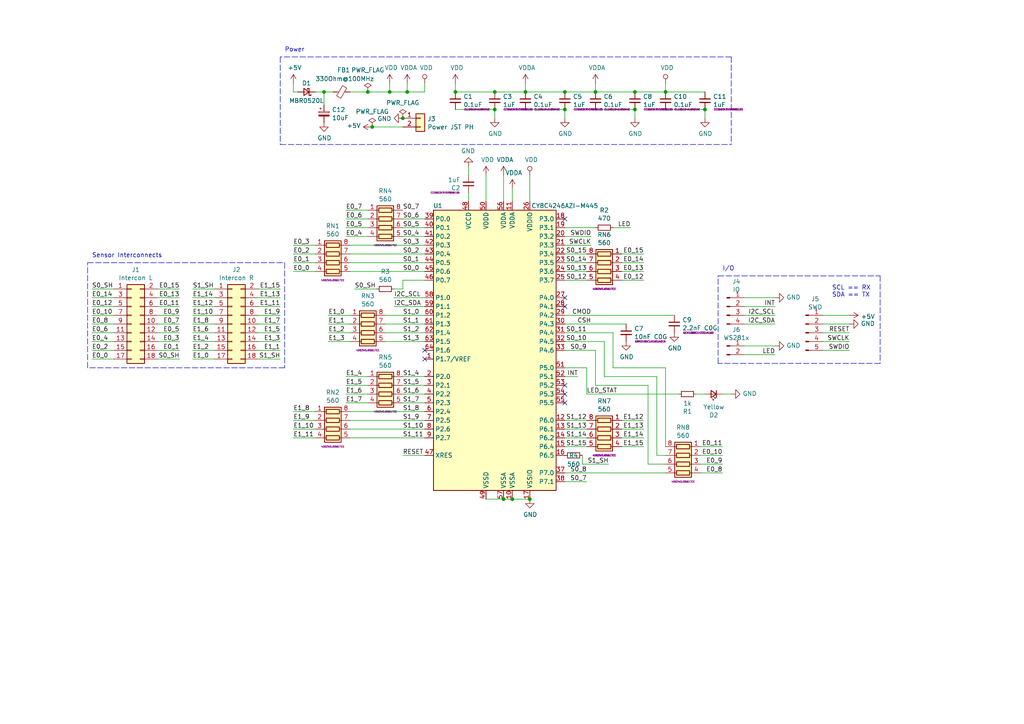
<source format=kicad_sch>
(kicad_sch (version 20211123) (generator eeschema)
  (paper "A4")
  (title_block (title "LKP-Core") (date "2020-09-26") (rev "v1.1") (company "dogtopus"))
  (lib_symbols
    (symbol "Connector:Conn_01x02_Male" (pin_names (offset 1.016) hide)
      (property "Reference" "J" (at 0 2.54 0))
      (property "Value" "Conn_01x02_Male" (at 0 -5.08 0))
      (symbol "Conn_01x02_Male_1_1"
        (polyline (pts (xy 1.27 -2.54) (xy 0.8636 -2.54)) (stroke (width 0.1524)))
        (polyline (pts (xy 1.27 0) (xy 0.8636 0)) (stroke (width 0.1524)))
        (rectangle (start 0.8636 -2.413) (end 0 -2.667) (stroke (width 0.1524)) (fill (type outline)))
        (rectangle (start 0.8636 0.127) (end 0 -0.127) (stroke (width 0.1524)) (fill (type outline)))
        (pin passive line (at 5.08 0 180) (length 3.81) (name "Pin_1") (number "1"))
        (pin passive line (at 5.08 -2.54 180) (length 3.81) (name "Pin_2") (number "2"))
      )
    )
    (symbol "Connector:Conn_01x04_Male" (pin_names (offset 1.016) hide)
      (property "Reference" "J" (at 0 5.08 0))
      (property "Value" "Conn_01x04_Male" (at 0 -7.62 0))
      (symbol "Conn_01x04_Male_1_1"
        (polyline (pts (xy 1.27 -5.08) (xy 0.8636 -5.08)) (stroke (width 0.1524)))
        (polyline (pts (xy 1.27 -2.54) (xy 0.8636 -2.54)) (stroke (width 0.1524)))
        (polyline (pts (xy 1.27 0) (xy 0.8636 0)) (stroke (width 0.1524)))
        (polyline (pts (xy 1.27 2.54) (xy 0.8636 2.54)) (stroke (width 0.1524)))
        (rectangle (start 0.8636 -4.953) (end 0 -5.207) (stroke (width 0.1524)) (fill (type outline)))
        (rectangle (start 0.8636 -2.413) (end 0 -2.667) (stroke (width 0.1524)) (fill (type outline)))
        (rectangle (start 0.8636 0.127) (end 0 -0.127) (stroke (width 0.1524)) (fill (type outline)))
        (rectangle (start 0.8636 2.667) (end 0 2.413) (stroke (width 0.1524)) (fill (type outline)))
        (pin passive line (at 5.08 2.54 180) (length 3.81) (name "Pin_1") (number "1"))
        (pin passive line (at 5.08 0 180) (length 3.81) (name "Pin_2") (number "2"))
        (pin passive line (at 5.08 -2.54 180) (length 3.81) (name "Pin_3") (number "3"))
        (pin passive line (at 5.08 -5.08 180) (length 3.81) (name "Pin_4") (number "4"))
      )
    )
    (symbol "Connector:Conn_01x05_Male" (pin_names (offset 1.016) hide)
      (property "Reference" "J" (at 0 7.62 0))
      (property "Value" "Conn_01x05_Male" (at 0 -7.62 0))
      (symbol "Conn_01x05_Male_1_1"
        (polyline (pts (xy 1.27 -5.08) (xy 0.8636 -5.08)) (stroke (width 0.1524)))
        (polyline (pts (xy 1.27 -2.54) (xy 0.8636 -2.54)) (stroke (width 0.1524)))
        (polyline (pts (xy 1.27 0) (xy 0.8636 0)) (stroke (width 0.1524)))
        (polyline (pts (xy 1.27 2.54) (xy 0.8636 2.54)) (stroke (width 0.1524)))
        (polyline (pts (xy 1.27 5.08) (xy 0.8636 5.08)) (stroke (width 0.1524)))
        (rectangle (start 0.8636 -4.953) (end 0 -5.207) (stroke (width 0.1524)) (fill (type outline)))
        (rectangle (start 0.8636 -2.413) (end 0 -2.667) (stroke (width 0.1524)) (fill (type outline)))
        (rectangle (start 0.8636 0.127) (end 0 -0.127) (stroke (width 0.1524)) (fill (type outline)))
        (rectangle (start 0.8636 2.667) (end 0 2.413) (stroke (width 0.1524)) (fill (type outline)))
        (rectangle (start 0.8636 5.207) (end 0 4.953) (stroke (width 0.1524)) (fill (type outline)))
        (pin passive line (at 5.08 5.08 180) (length 3.81) (name "Pin_1") (number "1"))
        (pin passive line (at 5.08 2.54 180) (length 3.81) (name "Pin_2") (number "2"))
        (pin passive line (at 5.08 0 180) (length 3.81) (name "Pin_3") (number "3"))
        (pin passive line (at 5.08 -2.54 180) (length 3.81) (name "Pin_4") (number "4"))
        (pin passive line (at 5.08 -5.08 180) (length 3.81) (name "Pin_5") (number "5"))
      )
    )
    (symbol "Connector_Generic:Conn_01x02" (pin_names (offset 1.016) hide)
      (property "Reference" "J" (at 0 2.54 0))
      (property "Value" "Conn_01x02" (at 0 -5.08 0))
      (symbol "Conn_01x02_1_1"
        (rectangle (start -1.27 -2.413) (end 0 -2.667) (stroke (width 0.1524)))
        (rectangle (start -1.27 0.127) (end 0 -0.127) (stroke (width 0.1524)))
        (rectangle (start -1.27 1.27) (end 1.27 -3.81) (stroke (width 0.254)) (fill (type background)))
        (pin passive line (at -5.08 0 0) (length 3.81) (name "Pin_1") (number "1"))
        (pin passive line (at -5.08 -2.54 0) (length 3.81) (name "Pin_2") (number "2"))
      )
    )
    (symbol "Connector_Generic:Conn_02x09_Odd_Even" (pin_names (offset 1.016) hide)
      (property "Reference" "J" (at 1.27 12.7 0))
      (property "Value" "Conn_02x09_Odd_Even" (at 1.27 -12.7 0))
      (symbol "Conn_02x09_Odd_Even_1_1"
        (rectangle (start -1.27 -10.033) (end 0 -10.287) (stroke (width 0.1524)))
        (rectangle (start -1.27 -7.493) (end 0 -7.747) (stroke (width 0.1524)))
        (rectangle (start -1.27 -4.953) (end 0 -5.207) (stroke (width 0.1524)))
        (rectangle (start -1.27 -2.413) (end 0 -2.667) (stroke (width 0.1524)))
        (rectangle (start -1.27 0.127) (end 0 -0.127) (stroke (width 0.1524)))
        (rectangle (start -1.27 2.667) (end 0 2.413) (stroke (width 0.1524)))
        (rectangle (start -1.27 5.207) (end 0 4.953) (stroke (width 0.1524)))
        (rectangle (start -1.27 7.747) (end 0 7.493) (stroke (width 0.1524)))
        (rectangle (start -1.27 10.287) (end 0 10.033) (stroke (width 0.1524)))
        (rectangle (start -1.27 11.43) (end 3.81 -11.43) (stroke (width 0.254)) (fill (type background)))
        (rectangle (start 3.81 -10.033) (end 2.54 -10.287) (stroke (width 0.1524)))
        (rectangle (start 3.81 -7.493) (end 2.54 -7.747) (stroke (width 0.1524)))
        (rectangle (start 3.81 -4.953) (end 2.54 -5.207) (stroke (width 0.1524)))
        (rectangle (start 3.81 -2.413) (end 2.54 -2.667) (stroke (width 0.1524)))
        (rectangle (start 3.81 0.127) (end 2.54 -0.127) (stroke (width 0.1524)))
        (rectangle (start 3.81 2.667) (end 2.54 2.413) (stroke (width 0.1524)))
        (rectangle (start 3.81 5.207) (end 2.54 4.953) (stroke (width 0.1524)))
        (rectangle (start 3.81 7.747) (end 2.54 7.493) (stroke (width 0.1524)))
        (rectangle (start 3.81 10.287) (end 2.54 10.033) (stroke (width 0.1524)))
        (pin passive line (at -5.08 10.16 0) (length 3.81) (name "Pin_1") (number "1"))
        (pin passive line (at 7.62 0 180) (length 3.81) (name "Pin_10") (number "10"))
        (pin passive line (at -5.08 -2.54 0) (length 3.81) (name "Pin_11") (number "11"))
        (pin passive line (at 7.62 -2.54 180) (length 3.81) (name "Pin_12") (number "12"))
        (pin passive line (at -5.08 -5.08 0) (length 3.81) (name "Pin_13") (number "13"))
        (pin passive line (at 7.62 -5.08 180) (length 3.81) (name "Pin_14") (number "14"))
        (pin passive line (at -5.08 -7.62 0) (length 3.81) (name "Pin_15") (number "15"))
        (pin passive line (at 7.62 -7.62 180) (length 3.81) (name "Pin_16") (number "16"))
        (pin passive line (at -5.08 -10.16 0) (length 3.81) (name "Pin_17") (number "17"))
        (pin passive line (at 7.62 -10.16 180) (length 3.81) (name "Pin_18") (number "18"))
        (pin passive line (at 7.62 10.16 180) (length 3.81) (name "Pin_2") (number "2"))
        (pin passive line (at -5.08 7.62 0) (length 3.81) (name "Pin_3") (number "3"))
        (pin passive line (at 7.62 7.62 180) (length 3.81) (name "Pin_4") (number "4"))
        (pin passive line (at -5.08 5.08 0) (length 3.81) (name "Pin_5") (number "5"))
        (pin passive line (at 7.62 5.08 180) (length 3.81) (name "Pin_6") (number "6"))
        (pin passive line (at -5.08 2.54 0) (length 3.81) (name "Pin_7") (number "7"))
        (pin passive line (at 7.62 2.54 180) (length 3.81) (name "Pin_8") (number "8"))
        (pin passive line (at -5.08 0 0) (length 3.81) (name "Pin_9") (number "9"))
      )
    )
    (symbol "Device:C_Polarized_Small" (pin_numbers hide) (pin_names (offset 0.254) hide)
      (property "Reference" "C" (at 0.254 1.778 0))
      (property "Value" "C_Polarized_Small" (at 0.254 -2.032 0))
      (symbol "C_Polarized_Small_0_1"
        (rectangle (start -1.524 -0.3048) (end 1.524 -0.6858) (fill (type outline)))
        (rectangle (start -1.524 0.6858) (end 1.524 0.3048))
        (polyline (pts (xy -1.27 1.524) (xy -0.762 1.524)))
        (polyline (pts (xy -1.016 1.27) (xy -1.016 1.778)))
      )
      (symbol "C_Polarized_Small_1_1"
        (pin passive line (at 0 2.54 270) (length 1.8542) (name "~") (number "1"))
        (pin passive line (at 0 -2.54 90) (length 1.8542) (name "~") (number "2"))
      )
    )
    (symbol "Device:C_Small" (pin_numbers hide) (pin_names (offset 0.254) hide)
      (property "Reference" "C" (at 0.254 1.778 0))
      (property "Value" "C_Small" (at 0.254 -2.032 0))
      (symbol "C_Small_0_1"
        (polyline (pts (xy -1.524 -0.508) (xy 1.524 -0.508)) (stroke (width 0.3302)))
        (polyline (pts (xy -1.524 0.508) (xy 1.524 0.508)) (stroke (width 0.3048)))
      )
      (symbol "C_Small_1_1"
        (pin passive line (at 0 2.54 270) (length 2.032) (name "~") (number "1"))
        (pin passive line (at 0 -2.54 90) (length 2.032) (name "~") (number "2"))
      )
    )
    (symbol "Device:D_Schottky_Small" (pin_numbers hide) (pin_names (offset 0.254) hide)
      (property "Reference" "D" (at -1.27 2.032 0))
      (property "Value" "D_Schottky_Small" (at -7.112 -2.032 0))
      (symbol "D_Schottky_Small_0_1"
        (polyline (pts (xy -0.762 0) (xy 0.762 0)))
        (polyline (pts (xy 0.762 -1.016) (xy -0.762 0) (xy 0.762 1.016) (xy 0.762 -1.016)) (stroke (width 0.254)))
        (polyline (pts (xy -1.27 0.762) (xy -1.27 1.016) (xy -0.762 1.016) (xy -0.762 -1.016) (xy -0.254 -1.016) (xy -0.254 -0.762)) (stroke (width 0.254)))
      )
      (symbol "D_Schottky_Small_1_1"
        (pin passive line (at -2.54 0 0) (length 1.778) (name "K") (number "1"))
        (pin passive line (at 2.54 0 180) (length 1.778) (name "A") (number "2"))
      )
    )
    (symbol "Device:FerriteBead_Small" (pin_numbers hide) (pin_names (offset 0))
      (property "Reference" "FB" (at 1.905 1.27 0))
      (property "Value" "FerriteBead_Small" (at 1.905 -1.27 0))
      (symbol "FerriteBead_Small_0_1"
        (polyline (pts (xy 0 -1.27) (xy 0 -0.7874)))
        (polyline (pts (xy 0 0.889) (xy 0 1.2954)))
        (polyline (pts (xy -1.8288 0.2794) (xy -1.1176 1.4986) (xy 1.8288 -0.2032) (xy 1.1176 -1.4224) (xy -1.8288 0.2794)))
      )
      (symbol "FerriteBead_Small_1_1"
        (pin passive line (at 0 2.54 270) (length 1.27) (name "~") (number "1"))
        (pin passive line (at 0 -2.54 90) (length 1.27) (name "~") (number "2"))
      )
    )
    (symbol "Device:LED_Small" (pin_numbers hide) (pin_names (offset 0.254) hide)
      (property "Reference" "D" (at -1.27 3.175 0))
      (property "Value" "LED_Small" (at -4.445 -2.54 0))
      (symbol "LED_Small_0_1"
        (polyline (pts (xy -0.762 -1.016) (xy -0.762 1.016)) (stroke (width 0.254)))
        (polyline (pts (xy 1.016 0) (xy -0.762 0)))
        (polyline (pts (xy 0.762 -1.016) (xy -0.762 0) (xy 0.762 1.016) (xy 0.762 -1.016)) (stroke (width 0.254)))
        (polyline (pts (xy 0 0.762) (xy -0.508 1.27) (xy -0.254 1.27) (xy -0.508 1.27) (xy -0.508 1.016)))
        (polyline (pts (xy 0.508 1.27) (xy 0 1.778) (xy 0.254 1.778) (xy 0 1.778) (xy 0 1.524)))
      )
      (symbol "LED_Small_1_1"
        (pin passive line (at -2.54 0 0) (length 1.778) (name "K") (number "1"))
        (pin passive line (at 2.54 0 180) (length 1.778) (name "A") (number "2"))
      )
    )
    (symbol "Device:R_Pack04" (pin_names (offset 0) hide)
      (property "Reference" "RN" (at -7.62 0 90))
      (property "Value" "R_Pack04" (at 5.08 0 90))
      (symbol "R_Pack04_0_1"
        (rectangle (start -6.35 -2.413) (end 3.81 2.413) (stroke (width 0.254)) (fill (type background)))
        (rectangle (start -5.715 1.905) (end -4.445 -1.905) (stroke (width 0.254)))
        (rectangle (start -3.175 1.905) (end -1.905 -1.905) (stroke (width 0.254)))
        (rectangle (start -0.635 1.905) (end 0.635 -1.905) (stroke (width 0.254)))
        (polyline (pts (xy -5.08 -2.54) (xy -5.08 -1.905)))
        (polyline (pts (xy -5.08 1.905) (xy -5.08 2.54)))
        (polyline (pts (xy -2.54 -2.54) (xy -2.54 -1.905)))
        (polyline (pts (xy -2.54 1.905) (xy -2.54 2.54)))
        (polyline (pts (xy 0 -2.54) (xy 0 -1.905)))
        (polyline (pts (xy 0 1.905) (xy 0 2.54)))
        (polyline (pts (xy 2.54 -2.54) (xy 2.54 -1.905)))
        (polyline (pts (xy 2.54 1.905) (xy 2.54 2.54)))
        (rectangle (start 1.905 1.905) (end 3.175 -1.905) (stroke (width 0.254)))
      )
      (symbol "R_Pack04_1_1"
        (pin passive line (at -5.08 -5.08 90) (length 2.54) (name "R1.1") (number "1"))
        (pin passive line (at -2.54 -5.08 90) (length 2.54) (name "R2.1") (number "2"))
        (pin passive line (at 0 -5.08 90) (length 2.54) (name "R3.1") (number "3"))
        (pin passive line (at 2.54 -5.08 90) (length 2.54) (name "R4.1") (number "4"))
        (pin passive line (at 2.54 5.08 270) (length 2.54) (name "R4.2") (number "5"))
        (pin passive line (at 0 5.08 270) (length 2.54) (name "R3.2") (number "6"))
        (pin passive line (at -2.54 5.08 270) (length 2.54) (name "R2.2") (number "7"))
        (pin passive line (at -5.08 5.08 270) (length 2.54) (name "R1.2") (number "8"))
      )
    )
    (symbol "Device:R_Small" (pin_numbers hide) (pin_names (offset 0.254) hide)
      (property "Reference" "R" (at 0.762 0.508 0))
      (property "Value" "R_Small" (at 0.762 -1.016 0))
      (symbol "R_Small_0_1"
        (rectangle (start -0.762 1.778) (end 0.762 -1.778) (stroke (width 0.2032)))
      )
      (symbol "R_Small_1_1"
        (pin passive line (at 0 2.54 270) (length 0.762) (name "~") (number "1"))
        (pin passive line (at 0 -2.54 90) (length 0.762) (name "~") (number "2"))
      )
    )
    (symbol "power:+5V" (power) (pin_names (offset 0))
      (property "Value" "+5V" (at 0 3.556 0))
      (symbol "+5V_0_1"
        (polyline (pts (xy -0.762 1.27) (xy 0 2.54)))
        (polyline (pts (xy 0 0) (xy 0 2.54)))
        (polyline (pts (xy 0 2.54) (xy 0.762 1.27)))
      )
      (symbol "+5V_1_1"
        (pin power_in line (at 0 0 90) (length 0) hide (name "+5V") (number "1"))
      )
    )
    (symbol "power:GND" (power) (pin_names (offset 0))
      (property "Value" "GND" (at 0 -3.81 0))
      (symbol "GND_0_1"
        (polyline (pts (xy 0 0) (xy 0 -1.27) (xy 1.27 -1.27) (xy 0 -2.54) (xy -1.27 -1.27) (xy 0 -1.27)))
      )
      (symbol "GND_1_1"
        (pin power_in line (at 0 0 270) (length 0) hide (name "GND") (number "1"))
      )
    )
    (symbol "power:PWR_FLAG" (power) (pin_numbers hide) (pin_names (offset 0) hide)
      (property "Value" "PWR_FLAG" (at 0 3.81 0))
      (symbol "PWR_FLAG_0_0"
        (pin power_out line (at 0 0 90) (length 0) (name "pwr") (number "1"))
      )
      (symbol "PWR_FLAG_0_1"
        (polyline (pts (xy 0 0) (xy 0 1.27) (xy -1.016 1.905) (xy 0 2.54) (xy 1.016 1.905) (xy 0 1.27)))
      )
    )
    (symbol "power:VDD" (power) (pin_names (offset 0))
      (property "Value" "VDD" (at 0 3.81 0))
      (symbol "VDD_0_1"
        (polyline (pts (xy -0.762 1.27) (xy 0 2.54)))
        (polyline (pts (xy 0 0) (xy 0 2.54)))
        (polyline (pts (xy 0 2.54) (xy 0.762 1.27)))
      )
      (symbol "VDD_1_1"
        (pin power_in line (at 0 0 90) (length 0) hide (name "VDD") (number "1"))
      )
    )
    (symbol "power:VDDA" (power) (pin_names (offset 0))
      (property "Value" "VDDA" (at 0 3.81 0))
      (symbol "VDDA_0_1"
        (polyline (pts (xy -0.762 1.27) (xy 0 2.54)))
        (polyline (pts (xy 0 0) (xy 0 2.54)))
        (polyline (pts (xy 0 2.54) (xy 0.762 1.27)))
      )
      (symbol "VDDA_1_1"
        (pin power_in line (at 0 0 90) (length 0) hide (name "VDDA") (number "1"))
      )
    )
    (symbol "private:CY8C4246AZI-M445"
      (property "Reference" "U" (at -15.24 43.18 0))
      (property "Value" "CY8C4246AZI-M445" (at 20.32 43.18 0))
      (symbol "CY8C4246AZI-M445_0_1"
        (rectangle (start -17.78 40.64) (end 17.78 -40.64) (stroke (width 0.254)) (fill (type background)))
      )
      (symbol "CY8C4246AZI-M445_1_1"
        (pin bidirectional line (at -20.32 -2.54 0) (length 2.54) (name "P1.7/VREF") (number "1"))
        (pin power_in line (at 5.08 -43.18 90) (length 2.54) (name "VSSA") (number "10"))
        (pin power_in line (at 5.08 43.18 270) (length 2.54) (name "VDDA") (number "11"))
        (pin bidirectional line (at 20.32 -20.32 180) (length 2.54) (name "P6.0") (number "12"))
        (pin bidirectional line (at 20.32 -22.86 180) (length 2.54) (name "P6.1") (number "13"))
        (pin bidirectional line (at 20.32 -25.4 180) (length 2.54) (name "P6.2") (number "14"))
        (pin bidirectional line (at 20.32 -27.94 180) (length 2.54) (name "P6.4") (number "15"))
        (pin bidirectional line (at 20.32 -30.48 180) (length 2.54) (name "P6.5") (number "16"))
        (pin power_in line (at 10.16 -43.18 90) (length 2.54) (name "VSSIO") (number "17"))
        (pin bidirectional line (at 20.32 38.1 180) (length 2.54) (name "P3.0") (number "18"))
        (pin bidirectional line (at 20.32 35.56 180) (length 2.54) (name "P3.1") (number "19"))
        (pin bidirectional line (at -20.32 -7.62 0) (length 2.54) (name "P2.0") (number "2"))
        (pin bidirectional line (at 20.32 33.02 180) (length 2.54) (name "P3.2") (number "20"))
        (pin bidirectional line (at 20.32 30.48 180) (length 2.54) (name "P3.3") (number "21"))
        (pin bidirectional line (at 20.32 27.94 180) (length 2.54) (name "P3.4") (number "22"))
        (pin bidirectional line (at 20.32 25.4 180) (length 2.54) (name "P3.5") (number "23"))
        (pin bidirectional line (at 20.32 22.86 180) (length 2.54) (name "P3.6") (number "24"))
        (pin bidirectional line (at 20.32 20.32 180) (length 2.54) (name "P3.7") (number "25"))
        (pin power_in line (at 10.16 43.18 270) (length 2.54) (name "VDDIO") (number "26"))
        (pin bidirectional line (at 20.32 15.24 180) (length 2.54) (name "P4.0") (number "27"))
        (pin bidirectional line (at 20.32 12.7 180) (length 2.54) (name "P4.1") (number "28"))
        (pin bidirectional line (at 20.32 10.16 180) (length 2.54) (name "P4.2") (number "29"))
        (pin bidirectional line (at -20.32 -10.16 0) (length 2.54) (name "P2.1") (number "3"))
        (pin bidirectional line (at 20.32 7.62 180) (length 2.54) (name "P4.3") (number "30"))
        (pin bidirectional line (at 20.32 5.08 180) (length 2.54) (name "P4.4") (number "31"))
        (pin bidirectional line (at 20.32 2.54 180) (length 2.54) (name "P4.5") (number "32"))
        (pin bidirectional line (at 20.32 0 180) (length 2.54) (name "P4.6") (number "33"))
        (pin bidirectional line (at 20.32 -35.56 180) (length 2.54) (name "P7.0") (number "37"))
        (pin bidirectional line (at 20.32 -38.1 180) (length 2.54) (name "P7.1") (number "38"))
        (pin bidirectional line (at -20.32 38.1 0) (length 2.54) (name "P0.0") (number "39"))
        (pin bidirectional line (at -20.32 -12.7 0) (length 2.54) (name "P2.2") (number "4"))
        (pin bidirectional line (at -20.32 35.56 0) (length 2.54) (name "P0.1") (number "40"))
        (pin bidirectional line (at -20.32 33.02 0) (length 2.54) (name "P0.2") (number "41"))
        (pin bidirectional line (at -20.32 30.48 0) (length 2.54) (name "P0.3") (number "42"))
        (pin bidirectional line (at -20.32 27.94 0) (length 2.54) (name "P0.4") (number "43"))
        (pin bidirectional line (at -20.32 25.4 0) (length 2.54) (name "P0.5") (number "44"))
        (pin bidirectional line (at -20.32 22.86 0) (length 2.54) (name "P0.6") (number "45"))
        (pin bidirectional line (at -20.32 20.32 0) (length 2.54) (name "P0.7") (number "46"))
        (pin input line (at -20.32 -30.48 0) (length 2.54) (name "XRES") (number "47"))
        (pin power_out line (at -7.62 43.18 270) (length 2.54) (name "VCCD") (number "48"))
        (pin power_in line (at -2.54 -43.18 90) (length 2.54) (name "VSSD") (number "49"))
        (pin bidirectional line (at -20.32 -15.24 0) (length 2.54) (name "P2.3") (number "5"))
        (pin power_in line (at -2.54 43.18 270) (length 2.54) (name "VDDD") (number "50"))
        (pin bidirectional line (at 20.32 -5.08 180) (length 2.54) (name "P5.0") (number "51"))
        (pin bidirectional line (at 20.32 -7.62 180) (length 2.54) (name "P5.1") (number "52"))
        (pin bidirectional line (at 20.32 -10.16 180) (length 2.54) (name "P5.2") (number "53"))
        (pin bidirectional line (at 20.32 -12.7 180) (length 2.54) (name "P5.3") (number "54"))
        (pin bidirectional line (at 20.32 -15.24 180) (length 2.54) (name "P5.5") (number "55"))
        (pin power_in line (at 2.54 43.18 270) (length 2.54) (name "VDDA") (number "56"))
        (pin power_in line (at 2.54 -43.18 90) (length 2.54) (name "VSSA") (number "57"))
        (pin bidirectional line (at -20.32 15.24 0) (length 2.54) (name "P1.0") (number "58"))
        (pin bidirectional line (at -20.32 12.7 0) (length 2.54) (name "P1.1") (number "59"))
        (pin bidirectional line (at -20.32 -17.78 0) (length 2.54) (name "P2.4") (number "6"))
        (pin bidirectional line (at -20.32 10.16 0) (length 2.54) (name "P1.2") (number "60"))
        (pin bidirectional line (at -20.32 7.62 0) (length 2.54) (name "P1.3") (number "61"))
        (pin bidirectional line (at -20.32 5.08 0) (length 2.54) (name "P1.4") (number "62"))
        (pin bidirectional line (at -20.32 2.54 0) (length 2.54) (name "P1.5") (number "63"))
        (pin bidirectional line (at -20.32 0 0) (length 2.54) (name "P1.6") (number "64"))
        (pin bidirectional line (at -20.32 -20.32 0) (length 2.54) (name "P2.5") (number "7"))
        (pin bidirectional line (at -20.32 -22.86 0) (length 2.54) (name "P2.6") (number "8"))
        (pin bidirectional line (at -20.32 -25.4 0) (length 2.54) (name "P2.7") (number "9"))
      )
    )
    (symbol "private:VDDIO" (power) (pin_names (offset 0))
      (property "Value" "VDDIO" (at 0 3.81 0))
      (symbol "VDDIO_0_1"
        (polyline (pts (xy 0 0) (xy 0 1.27)))
        (circle (center 0 1.905) (radius 0.635))
      )
      (symbol "VDDIO_1_1"
        (pin power_in line (at 0 0 90) (length 0) hide (name "VDD") (number "1"))
      )
    )
  )
  (junction (at 148.59 144.78))
  (junction (at 106.68 26.67))
  (junction (at 146.05 144.78))
  (junction (at 118.11 26.67))
  (junction (at 172.72 26.67))
  (junction (at 204.47 31.75))
  (junction (at 113.03 26.67))
  (junction (at 153.67 144.78))
  (junction (at 193.04 26.67))
  (junction (at 184.15 31.75))
  (junction (at 107.95 36.83))
  (junction (at 184.15 26.67))
  (junction (at 93.98 26.67))
  (junction (at 143.51 31.75))
  (junction (at 152.4 26.67))
  (junction (at 116.84 34.29))
  (junction (at 143.51 26.67))
  (junction (at 132.08 26.67))
  (junction (at 163.83 31.75))
  (junction (at 163.83 26.67))
  (no_connect (at 163.83 111.76))
  (no_connect (at 163.83 86.36))
  (no_connect (at 163.83 114.3))
  (no_connect (at 163.83 63.5))
  (no_connect (at 123.19 104.14))
  (no_connect (at 163.83 88.9))
  (no_connect (at 163.83 116.84))
  (no_connect (at 123.19 101.6))
  (wire (pts (xy 101.6 93.98) (xy 95.25 93.98)))
  (wire (pts (xy 190.5 132.08) (xy 193.04 132.08)))
  (wire (pts (xy 135.89 48.26) (xy 135.89 50.8)))
  (wire (pts (xy 55.88 96.52) (xy 62.23 96.52)))
  (wire (pts (xy 184.15 26.67) (xy 193.04 26.67)))
  (wire (pts (xy 203.2 134.62) (xy 209.55 134.62)))
  (wire (pts (xy 170.18 76.2) (xy 163.83 76.2)))
  (wire (pts (xy 170.18 139.7) (xy 163.83 139.7)))
  (wire (pts (xy 106.68 116.84) (xy 100.33 116.84)))
  (wire (pts (xy 168.91 132.08) (xy 168.91 134.62)))
  (wire (pts (xy 146.05 50.8) (xy 146.05 58.42)))
  (wire (pts (xy 52.07 91.44) (xy 45.72 91.44)))
  (wire (pts (xy 163.83 26.67) (xy 172.72 26.67)))
  (wire (pts (xy 101.6 127) (xy 123.19 127)))
  (wire (pts (xy 114.3 86.36) (xy 123.19 86.36)))
  (wire (pts (xy 148.59 144.78) (xy 153.67 144.78)))
  (wire (pts (xy 193.04 24.13) (xy 193.04 26.67)))
  (wire (pts (xy 52.07 101.6) (xy 45.72 101.6)))
  (wire (pts (xy 118.11 24.13) (xy 118.11 26.67)))
  (wire (pts (xy 85.09 24.13) (xy 85.09 26.67)))
  (wire (pts (xy 45.72 88.9) (xy 52.07 88.9)))
  (wire (pts (xy 26.67 86.36) (xy 33.02 86.36)))
  (wire (pts (xy 182.88 66.04) (xy 177.8 66.04)))
  (wire (pts (xy 209.55 132.08) (xy 203.2 132.08)))
  (wire (pts (xy 238.76 93.98) (xy 246.38 93.98)))
  (wire (pts (xy 175.26 109.22) (xy 190.5 109.22)))
  (polyline (pts (xy 81.28 16.51) (xy 81.28 41.91)))
  (polyline (pts (xy 25.4 76.2) (xy 82.55 76.2)))
  (wire (pts (xy 113.03 26.67) (xy 118.11 26.67)))
  (wire (pts (xy 111.76 93.98) (xy 123.19 93.98)))
  (wire (pts (xy 209.55 114.3) (xy 212.09 114.3)))
  (wire (pts (xy 186.69 76.2) (xy 180.34 76.2)))
  (wire (pts (xy 100.33 109.22) (xy 106.68 109.22)))
  (wire (pts (xy 193.04 134.62) (xy 187.96 134.62)))
  (wire (pts (xy 91.44 26.67) (xy 93.98 26.67)))
  (wire (pts (xy 93.98 30.48) (xy 93.98 26.67)))
  (wire (pts (xy 123.19 132.08) (xy 116.84 132.08)))
  (wire (pts (xy 204.47 31.75) (xy 204.47 34.29)))
  (wire (pts (xy 55.88 88.9) (xy 62.23 88.9)))
  (wire (pts (xy 33.02 93.98) (xy 26.67 93.98)))
  (wire (pts (xy 132.08 24.13) (xy 132.08 26.67)))
  (wire (pts (xy 111.76 96.52) (xy 123.19 96.52)))
  (wire (pts (xy 81.28 86.36) (xy 74.93 86.36)))
  (wire (pts (xy 209.55 137.16) (xy 203.2 137.16)))
  (wire (pts (xy 111.76 91.44) (xy 123.19 91.44)))
  (wire (pts (xy 203.2 129.54) (xy 209.55 129.54)))
  (wire (pts (xy 101.6 76.2) (xy 123.19 76.2)))
  (wire (pts (xy 143.51 26.67) (xy 152.4 26.67)))
  (wire (pts (xy 45.72 93.98) (xy 52.07 93.98)))
  (wire (pts (xy 140.97 50.8) (xy 140.97 58.42)))
  (wire (pts (xy 33.02 83.82) (xy 26.67 83.82)))
  (polyline (pts (xy 82.55 76.2) (xy 82.55 106.68)))
  (wire (pts (xy 62.23 83.82) (xy 55.88 83.82)))
  (wire (pts (xy 168.91 134.62) (xy 176.53 134.62)))
  (wire (pts (xy 52.07 104.14) (xy 45.72 104.14)))
  (wire (pts (xy 95.25 96.52) (xy 101.6 96.52)))
  (wire (pts (xy 52.07 86.36) (xy 45.72 86.36)))
  (wire (pts (xy 116.84 81.28) (xy 116.84 83.82)))
  (wire (pts (xy 177.8 106.68) (xy 193.04 106.68)))
  (wire (pts (xy 143.51 31.75) (xy 143.51 34.29)))
  (wire (pts (xy 109.22 83.82) (xy 102.87 83.82)))
  (wire (pts (xy 113.03 24.13) (xy 113.03 26.67)))
  (wire (pts (xy 101.6 124.46) (xy 123.19 124.46)))
  (wire (pts (xy 152.4 31.75) (xy 163.83 31.75)))
  (wire (pts (xy 184.15 31.75) (xy 184.15 34.29)))
  (wire (pts (xy 132.08 26.67) (xy 143.51 26.67)))
  (wire (pts (xy 85.09 124.46) (xy 91.44 124.46)))
  (wire (pts (xy 100.33 63.5) (xy 106.68 63.5)))
  (wire (pts (xy 85.09 71.12) (xy 91.44 71.12)))
  (wire (pts (xy 170.18 114.3) (xy 196.85 114.3)))
  (wire (pts (xy 163.83 109.22) (xy 167.64 109.22)))
  (wire (pts (xy 186.69 124.46) (xy 180.34 124.46)))
  (wire (pts (xy 33.02 91.44) (xy 26.67 91.44)))
  (wire (pts (xy 170.18 81.28) (xy 163.83 81.28)))
  (wire (pts (xy 163.83 96.52) (xy 177.8 96.52)))
  (wire (pts (xy 163.83 73.66) (xy 170.18 73.66)))
  (wire (pts (xy 62.23 93.98) (xy 55.88 93.98)))
  (wire (pts (xy 106.68 26.67) (xy 113.03 26.67)))
  (wire (pts (xy 93.98 26.67) (xy 96.52 26.67)))
  (wire (pts (xy 215.9 88.9) (xy 224.79 88.9)))
  (wire (pts (xy 101.6 99.06) (xy 95.25 99.06)))
  (wire (pts (xy 26.67 101.6) (xy 33.02 101.6)))
  (wire (pts (xy 62.23 104.14) (xy 55.88 104.14)))
  (wire (pts (xy 101.6 26.67) (xy 106.68 26.67)))
  (wire (pts (xy 193.04 106.68) (xy 193.04 129.54)))
  (wire (pts (xy 45.72 99.06) (xy 52.07 99.06)))
  (wire (pts (xy 170.18 124.46) (xy 163.83 124.46)))
  (polyline (pts (xy 208.28 105.41) (xy 208.28 80.01)))
  (polyline (pts (xy 255.27 80.01) (xy 255.27 105.41)))
  (wire (pts (xy 170.18 106.68) (xy 170.18 114.3)))
  (wire (pts (xy 91.44 127) (xy 85.09 127)))
  (wire (pts (xy 172.72 31.75) (xy 184.15 31.75)))
  (wire (pts (xy 62.23 99.06) (xy 55.88 99.06)))
  (wire (pts (xy 123.19 68.58) (xy 116.84 68.58)))
  (wire (pts (xy 111.76 99.06) (xy 123.19 99.06)))
  (wire (pts (xy 85.09 26.67) (xy 86.36 26.67)))
  (wire (pts (xy 172.72 26.67) (xy 184.15 26.67)))
  (wire (pts (xy 187.96 134.62) (xy 187.96 111.76)))
  (wire (pts (xy 224.79 91.44) (xy 215.9 91.44)))
  (wire (pts (xy 163.83 99.06) (xy 175.26 99.06)))
  (wire (pts (xy 101.6 73.66) (xy 123.19 73.66)))
  (wire (pts (xy 81.28 104.14) (xy 74.93 104.14)))
  (wire (pts (xy 101.6 119.38) (xy 123.19 119.38)))
  (wire (pts (xy 146.05 144.78) (xy 148.59 144.78)))
  (wire (pts (xy 74.93 99.06) (xy 81.28 99.06)))
  (wire (pts (xy 62.23 91.44) (xy 55.88 91.44)))
  (wire (pts (xy 186.69 129.54) (xy 180.34 129.54)))
  (wire (pts (xy 91.44 73.66) (xy 85.09 73.66)))
  (wire (pts (xy 101.6 71.12) (xy 123.19 71.12)))
  (wire (pts (xy 33.02 104.14) (xy 26.67 104.14)))
  (wire (pts (xy 52.07 96.52) (xy 45.72 96.52)))
  (polyline (pts (xy 25.4 106.68) (xy 25.4 76.2)))
  (wire (pts (xy 101.6 121.92) (xy 123.19 121.92)))
  (wire (pts (xy 193.04 26.67) (xy 204.47 26.67)))
  (wire (pts (xy 163.83 31.75) (xy 163.83 34.29)))
  (wire (pts (xy 74.93 88.9) (xy 81.28 88.9)))
  (wire (pts (xy 52.07 83.82) (xy 45.72 83.82)))
  (wire (pts (xy 186.69 81.28) (xy 180.34 81.28)))
  (wire (pts (xy 100.33 114.3) (xy 106.68 114.3)))
  (polyline (pts (xy 81.28 41.91) (xy 212.09 41.91)))
  (wire (pts (xy 81.28 101.6) (xy 74.93 101.6)))
  (wire (pts (xy 95.25 91.44) (xy 101.6 91.44)))
  (wire (pts (xy 148.59 54.61) (xy 148.59 58.42)))
  (wire (pts (xy 81.28 96.52) (xy 74.93 96.52)))
  (wire (pts (xy 91.44 121.92) (xy 85.09 121.92)))
  (wire (pts (xy 180.34 127) (xy 186.69 127)))
  (wire (pts (xy 152.4 26.67) (xy 163.83 26.67)))
  (wire (pts (xy 163.83 137.16) (xy 193.04 137.16)))
  (wire (pts (xy 85.09 119.38) (xy 91.44 119.38)))
  (wire (pts (xy 106.68 111.76) (xy 100.33 111.76)))
  (wire (pts (xy 180.34 73.66) (xy 186.69 73.66)))
  (wire (pts (xy 135.89 55.88) (xy 135.89 58.42)))
  (wire (pts (xy 246.38 101.6) (xy 238.76 101.6)))
  (wire (pts (xy 81.28 83.82) (xy 74.93 83.82)))
  (wire (pts (xy 238.76 99.06) (xy 246.38 99.06)))
  (wire (pts (xy 116.84 109.22) (xy 123.19 109.22)))
  (wire (pts (xy 172.72 111.76) (xy 172.72 101.6)))
  (wire (pts (xy 224.79 86.36) (xy 215.9 86.36)))
  (wire (pts (xy 187.96 111.76) (xy 172.72 111.76)))
  (wire (pts (xy 132.08 31.75) (xy 143.51 31.75)))
  (wire (pts (xy 55.88 86.36) (xy 62.23 86.36)))
  (wire (pts (xy 101.6 78.74) (xy 123.19 78.74)))
  (wire (pts (xy 193.04 31.75) (xy 204.47 31.75)))
  (wire (pts (xy 163.83 68.58) (xy 171.45 68.58)))
  (wire (pts (xy 85.09 76.2) (xy 91.44 76.2)))
  (wire (pts (xy 81.28 91.44) (xy 74.93 91.44)))
  (wire (pts (xy 190.5 109.22) (xy 190.5 132.08)))
  (wire (pts (xy 172.72 24.13) (xy 172.72 26.67)))
  (wire (pts (xy 100.33 68.58) (xy 106.68 68.58)))
  (wire (pts (xy 238.76 91.44) (xy 246.38 91.44)))
  (wire (pts (xy 215.9 102.87) (xy 224.79 102.87)))
  (wire (pts (xy 74.93 93.98) (xy 81.28 93.98)))
  (wire (pts (xy 123.19 63.5) (xy 116.84 63.5)))
  (wire (pts (xy 106.68 60.96) (xy 100.33 60.96)))
  (wire (pts (xy 123.19 116.84) (xy 116.84 116.84)))
  (polyline (pts (xy 82.55 106.68) (xy 25.4 106.68)))
  (wire (pts (xy 171.45 71.12) (xy 163.83 71.12)))
  (wire (pts (xy 224.79 93.98) (xy 215.9 93.98)))
  (wire (pts (xy 163.83 91.44) (xy 195.58 91.44)))
  (wire (pts (xy 140.97 144.78) (xy 146.05 144.78)))
  (wire (pts (xy 163.83 66.04) (xy 172.72 66.04)))
  (wire (pts (xy 123.19 88.9) (xy 114.3 88.9)))
  (wire (pts (xy 201.93 114.3) (xy 204.47 114.3)))
  (polyline (pts (xy 255.27 105.41) (xy 208.28 105.41)))
  (wire (pts (xy 123.19 81.28) (xy 116.84 81.28)))
  (wire (pts (xy 26.67 96.52) (xy 33.02 96.52)))
  (wire (pts (xy 224.79 100.33) (xy 215.9 100.33)))
  (wire (pts (xy 180.34 121.92) (xy 186.69 121.92)))
  (wire (pts (xy 170.18 129.54) (xy 163.83 129.54)))
  (wire (pts (xy 33.02 99.06) (xy 26.67 99.06)))
  (wire (pts (xy 163.83 127) (xy 170.18 127)))
  (wire (pts (xy 163.83 93.98) (xy 181.61 93.98)))
  (wire (pts (xy 177.8 96.52) (xy 177.8 106.68)))
  (wire (pts (xy 163.83 121.92) (xy 170.18 121.92)))
  (wire (pts (xy 152.4 24.13) (xy 152.4 26.67)))
  (wire (pts (xy 123.19 66.04) (xy 116.84 66.04)))
  (polyline (pts (xy 212.09 16.51) (xy 81.28 16.51)))
  (wire (pts (xy 123.19 111.76) (xy 116.84 111.76)))
  (wire (pts (xy 175.26 99.06) (xy 175.26 109.22)))
  (wire (pts (xy 246.38 96.52) (xy 238.76 96.52)))
  (wire (pts (xy 26.67 88.9) (xy 33.02 88.9)))
  (wire (pts (xy 55.88 101.6) (xy 62.23 101.6)))
  (wire (pts (xy 118.11 26.67) (xy 123.19 26.67)))
  (wire (pts (xy 163.83 101.6) (xy 172.72 101.6)))
  (wire (pts (xy 123.19 26.67) (xy 123.19 24.13)))
  (polyline (pts (xy 208.28 80.01) (xy 255.27 80.01)))
  (wire (pts (xy 163.83 106.68) (xy 170.18 106.68)))
  (wire (pts (xy 163.83 78.74) (xy 170.18 78.74)))
  (wire (pts (xy 116.84 114.3) (xy 123.19 114.3)))
  (wire (pts (xy 180.34 78.74) (xy 186.69 78.74)))
  (polyline (pts (xy 212.09 16.51) (xy 212.09 41.91)))
  (wire (pts (xy 153.67 50.8) (xy 153.67 58.42)))
  (wire (pts (xy 116.84 83.82) (xy 114.3 83.82)))
  (wire (pts (xy 91.44 78.74) (xy 85.09 78.74)))
  (wire (pts (xy 116.84 36.83) (xy 107.95 36.83)))
  (wire (pts (xy 106.68 66.04) (xy 100.33 66.04)))
  (text "Sensor Interconnects" (at 26.67 74.93 0) (effects (font (size 1.27 1.27)) (justify left bottom)))
  (text "I/O" (at 209.55 78.74 0) (effects (font (size 1.27 1.27)) (justify left bottom)))
  (text "SCL == RX\nSDA == TX" (at 241.3 86.36 0) (effects (font (size 1.27 1.27)) (justify left bottom)))
  (text "Power" (at 82.55 15.24 0) (effects (font (size 1.27 1.27)) (justify left bottom)))
  (label "I2C_SDA" (at 114.3 88.9 0))
  (label "E0_13" (at 52.07 86.36 180))
  (label "E0_15" (at 186.69 73.66 180))
  (label "S1_SH" (at 176.53 134.62 180))
  (label "S0_SH" (at 102.87 83.82 0))
  (label "E1_2" (at 95.25 96.52 0))
  (label "S1_11" (at 116.84 127 0))
  (label "S1_14" (at 170.18 127 180))
  (label "E0_14" (at 26.67 86.36 0))
  (label "E1_4" (at 100.33 109.22 0))
  (label "E0_1" (at 85.09 76.2 0))
  (label "E1_12" (at 186.69 121.92 180))
  (label "E1_11" (at 81.28 88.9 180))
  (label "E0_11" (at 52.07 88.9 180))
  (label "S1_15" (at 170.18 129.54 180))
  (label "S0_0" (at 116.84 78.74 0))
  (label "S0_7" (at 116.84 60.96 0))
  (label "E1_3" (at 81.28 99.06 180))
  (label "S0_6" (at 116.84 63.5 0))
  (label "E1_4" (at 55.88 99.06 0))
  (label "E0_8" (at 26.67 93.98 0))
  (label "INT" (at 224.79 88.9 180))
  (label "INT" (at 167.64 109.22 180))
  (label "E1_1" (at 95.25 93.98 0))
  (label "LED" (at 224.79 102.87 180))
  (label "S1_1" (at 116.84 93.98 0))
  (label "I2C_SDA" (at 224.79 93.98 180))
  (label "E1_8" (at 55.88 93.98 0))
  (label "E1_7" (at 81.28 93.98 180))
  (label "SWDIO" (at 171.45 68.58 180))
  (label "E1_14" (at 55.88 86.36 0))
  (label "S1_13" (at 170.18 124.46 180))
  (label "E0_12" (at 186.69 81.28 180))
  (label "CSH" (at 171.45 93.98 180))
  (label "S1_SH" (at 81.28 104.14 180))
  (label "E1_10" (at 55.88 91.44 0))
  (label "S1_9" (at 116.84 121.92 0))
  (label "E0_9" (at 52.07 91.44 180))
  (label "S0_1" (at 116.84 76.2 0))
  (label "E1_11" (at 85.09 127 0))
  (label "E0_0" (at 26.67 104.14 0))
  (label "E1_8" (at 85.09 119.38 0))
  (label "E1_13" (at 186.69 124.46 180))
  (label "E1_15" (at 81.28 83.82 180))
  (label "E1_6" (at 100.33 114.3 0))
  (label "E0_3" (at 85.09 71.12 0))
  (label "E1_3" (at 95.25 99.06 0))
  (label "E0_7" (at 100.33 60.96 0))
  (label "S0_14" (at 170.18 76.2 180))
  (label "S0_15" (at 170.18 73.66 180))
  (label "S1_6" (at 116.84 114.3 0))
  (label "E0_3" (at 52.07 99.06 180))
  (label "S0_4" (at 116.84 68.58 0))
  (label "E1_1" (at 81.28 101.6 180))
  (label "E1_5" (at 100.33 111.76 0))
  (label "E1_9" (at 81.28 91.44 180))
  (label "E1_2" (at 55.88 101.6 0))
  (label "E0_4" (at 26.67 99.06 0))
  (label "E0_5" (at 100.33 66.04 0))
  (label "E0_13" (at 186.69 78.74 180))
  (label "E1_9" (at 85.09 121.92 0))
  (label "S1_2" (at 116.84 96.52 0))
  (label "S0_11" (at 170.18 96.52 180))
  (label "S0_9" (at 170.18 101.6 180))
  (label "E0_1" (at 52.07 101.6 180))
  (label "E1_0" (at 95.25 91.44 0))
  (label "E0_9" (at 209.55 134.62 180))
  (label "E1_13" (at 81.28 86.36 180))
  (label "E1_10" (at 85.09 124.46 0))
  (label "S1_4" (at 116.84 109.22 0))
  (label "S1_3" (at 116.84 99.06 0))
  (label "S0_8" (at 170.18 137.16 180))
  (label "S0_12" (at 170.18 81.28 180))
  (label "LED_STAT" (at 170.18 114.3 0))
  (label "E0_8" (at 209.55 137.16 180))
  (label "S0_5" (at 116.84 66.04 0))
  (label "E0_5" (at 52.07 96.52 180))
  (label "E1_14" (at 186.69 127 180))
  (label "S1_10" (at 116.84 124.46 0))
  (label "E0_6" (at 100.33 63.5 0))
  (label "E0_7" (at 52.07 93.98 180))
  (label "E0_12" (at 26.67 88.9 0))
  (label "E0_10" (at 209.55 132.08 180))
  (label "S1_7" (at 116.84 116.84 0))
  (label "S0_2" (at 116.84 73.66 0))
  (label "E1_5" (at 81.28 96.52 180))
  (label "S0_SH" (at 26.67 83.82 0))
  (label "I2C_SCL" (at 114.3 86.36 0))
  (label "CMOD" (at 171.45 91.44 180))
  (label "E0_2" (at 26.67 101.6 0))
  (label "E0_6" (at 26.67 96.52 0))
  (label "E0_10" (at 26.67 91.44 0))
  (label "E1_7" (at 100.33 116.84 0))
  (label "E0_4" (at 100.33 68.58 0))
  (label "SWDIO" (at 246.38 101.6 180))
  (label "S0_3" (at 116.84 71.12 0))
  (label "S1_8" (at 116.84 119.38 0))
  (label "RESET" (at 246.38 96.52 180))
  (label "E0_0" (at 85.09 78.74 0))
  (label "S1_12" (at 170.18 121.92 180))
  (label "E0_15" (at 52.07 83.82 180))
  (label "SWCLK" (at 246.38 99.06 180))
  (label "I2C_SCL" (at 224.79 91.44 180))
  (label "S1_5" (at 116.84 111.76 0))
  (label "S0_10" (at 170.18 99.06 180))
  (label "E0_14" (at 186.69 76.2 180))
  (label "S0_SH" (at 52.07 104.14 180))
  (label "E0_2" (at 85.09 73.66 0))
  (label "RESET" (at 116.84 132.08 0))
  (label "S0_13" (at 170.18 78.74 180))
  (label "S1_SH" (at 55.88 83.82 0))
  (label "E1_0" (at 55.88 104.14 0))
  (label "E0_11" (at 209.55 129.54 180))
  (label "E1_12" (at 55.88 88.9 0))
  (label "LED" (at 182.88 66.04 180))
  (label "E1_6" (at 55.88 96.52 0))
  (label "S1_0" (at 116.84 91.44 0))
  (label "E1_15" (at 186.69 129.54 180))
  (label "SWCLK" (at 171.45 71.12 180))
  (label "S0_7" (at 170.18 139.7 180))
  (symbol (lib_id "private:CY8C4246AZI-M445") (at 143.51 101.6 0) (unit 1)
    (property "Reference" "U1" (at 127 59.69 0))
    (property "Value" "CY8C4246AZI-M445" (at 163.83 59.69 0))
    (property "Footprint" "Package_QFP:TQFP-64_10x10mm_P0.5mm" (effects hide))
    (property "Datasheet" "https://www.cypress.com/file/139956/download" (effects hide))
    (property "Part Number" "CY8C4246AZI-M445" (effects hide))
  )
  (symbol (lib_id "Device:FerriteBead_Small") (at 99.06 26.67 270) (unit 1)
    (property "Reference" "FB1" (at 97.79 20.32 90) (effects (justify left)))
    (property "Value" "330Ohm@100MHz" (at 91.44 22.86 90) (effects (justify left)))
    (property "Footprint" "Inductor_SMD:L_0603_1608Metric" (effects hide))
  )
  (symbol (lib_id "power:+5V") (at 85.09 24.13 0) (unit 1)
    (property "Reference" "#PWR03" (effects hide))
    (property "Value" "+5V" (at 85.471 19.6596 0))
  )
  (symbol (lib_id "Device:C_Small") (at 195.58 93.98 0) (unit 1)
    (property "Reference" "C9" (at 197.9168 92.7862 0) (effects (justify left)))
    (property "Value" "2.2nF C0G" (at 197.9168 95.1484 0) (effects (justify left)))
    (property "Footprint" "Capacitor_SMD:C_0603_1608Metric" (effects hide))
    (property "Datasheet" "https://psearch.en.murata.com/capacitor/product/GCM1885C1H222JA16%23.pdf" (effects hide))
    (property "Manufacturer" "Murata Electronics" (effects hide))
    (property "Part Number" "GCM1885C1H222JA16D" (at 198.12 96.52 0) (effects (font (size 0.508 0.508)) (justify left)))
    (property "Supplier" "digikey:490-4968-1-ND" (effects hide))
    (property "Supplier" "lcsc:C343869" (effects hide))
  )
  (symbol (lib_id "Device:C_Small") (at 181.61 96.52 0) (unit 1)
    (property "Reference" "C7" (at 183.9468 95.3262 0) (effects (justify left)))
    (property "Value" "10nF C0G" (at 183.9468 97.6884 0) (effects (justify left)))
    (property "Footprint" "Capacitor_SMD:C_0805_2012Metric" (effects hide))
    (property "Part Number" "GRM2195C1H103JA01D" (at 184.15 99.06 0) (effects (font (size 0.508 0.508)) (justify left)))
    (property "Manufacturer" "Murata Electronics" (effects hide))
    (property "Supplier" "digikey:490-1642-2-ND" (effects hide))
    (property "Supplier" "lcsc:C97905" (effects hide))
  )
  (symbol (lib_id "Device:C_Small") (at 135.89 53.34 180) (unit 1)
    (property "Reference" "C2" (at 133.5532 54.5338 0) (effects (justify left)))
    (property "Value" "1uF" (at 133.5532 52.1716 0) (effects (justify left)))
    (property "Footprint" "Capacitor_SMD:C_0603_1608Metric" (effects hide))
    (property "Part Number" "CC0603KRX5R8BB105" (at 133.35 55.88 0) (effects (font (size 0.508 0.508)) (justify left)))
    (property "Comments" "Jellybean part. X5R or better." (effects hide))
  )
  (symbol (lib_id "power:GND") (at 135.89 48.26 180) (unit 1)
    (property "Reference" "#PWR06" (effects hide))
    (property "Value" "GND" (at 135.763 43.7896 0))
  )
  (symbol (lib_id "Device:C_Small") (at 132.08 29.21 0) (unit 1)
    (property "Reference" "C1" (at 134.4168 28.0162 0) (effects (justify left)))
    (property "Value" "0.1uF" (at 134.4168 30.3784 0) (effects (justify left)))
    (property "Footprint" "Capacitor_SMD:C_0603_1608Metric" (effects hide))
    (property "Comments" "Jellybean part. X5R or better." (effects hide))
    (property "Part Number" "CL10B104KA8NNNC" (at 134.62 31.75 0) (effects (font (size 0.508 0.508)) (justify left)))
  )
  (symbol (lib_id "Device:C_Small") (at 143.51 29.21 0) (unit 1)
    (property "Reference" "C3" (at 145.8468 28.0162 0) (effects (justify left)))
    (property "Value" "1uF" (at 145.8468 30.3784 0) (effects (justify left)))
    (property "Footprint" "Capacitor_SMD:C_0603_1608Metric" (effects hide))
    (property "Part Number" "CC0603KRX5R8BB105" (at 146.05 31.75 0) (effects (font (size 0.508 0.508)) (justify left)))
    (property "Comments" "Jellybean part. X5R or better." (effects hide))
  )
  (symbol (lib_id "power:VDD") (at 140.97 50.8 0) (unit 1)
    (property "Reference" "#PWR07" (effects hide))
    (property "Value" "VDD" (at 141.4018 46.3296 0))
  )
  (symbol (lib_id "power:VDDA") (at 146.05 50.8 0) (unit 1)
    (property "Reference" "#PWR09" (effects hide))
    (property "Value" "VDDA" (at 146.4818 46.3296 0))
  )
  (symbol (lib_id "power:VDDA") (at 148.59 54.61 0) (unit 1)
    (property "Reference" "#PWR010" (effects hide))
    (property "Value" "VDDA" (at 149.0218 50.1396 0))
  )
  (symbol (lib_id "private:VDDIO") (at 153.67 50.8 0) (unit 1)
    (property "Reference" "#PWR012" (effects hide))
    (property "Value" "VDDIO" (at 154.1018 46.3296 0))
  )
  (symbol (lib_id "power:GND") (at 143.51 34.29 0) (unit 1)
    (property "Reference" "#PWR08" (effects hide))
    (property "Value" "GND" (at 143.637 38.7604 0))
  )
  (symbol (lib_id "power:VDD") (at 132.08 24.13 0) (unit 1)
    (property "Reference" "#PWR05" (effects hide))
    (property "Value" "VDD" (at 132.5118 19.6596 0))
  )
  (symbol (lib_id "Device:C_Small") (at 152.4 29.21 0) (unit 1)
    (property "Reference" "C4" (at 154.7368 28.0162 0) (effects (justify left)))
    (property "Value" "0.1uF" (at 154.7368 30.3784 0) (effects (justify left)))
    (property "Footprint" "Capacitor_SMD:C_0603_1608Metric" (effects hide))
    (property "Comments" "Jellybean part. X5R or better." (effects hide))
    (property "Part Number" "CL10B104KA8NNNC" (at 154.94 31.75 0) (effects (font (size 0.508 0.508)) (justify left)))
  )
  (symbol (lib_id "Device:C_Small") (at 163.83 29.21 0) (unit 1)
    (property "Reference" "C5" (at 166.1668 28.0162 0) (effects (justify left)))
    (property "Value" "1uF" (at 166.1668 30.3784 0) (effects (justify left)))
    (property "Footprint" "Capacitor_SMD:C_0603_1608Metric" (effects hide))
    (property "Part Number" "CC0603KRX5R8BB105" (at 166.37 31.75 0) (effects (font (size 0.508 0.508)) (justify left)))
    (property "Comments" "Jellybean part. X5R or better." (effects hide))
  )
  (symbol (lib_id "power:GND") (at 163.83 34.29 0) (unit 1)
    (property "Reference" "#PWR014" (effects hide))
    (property "Value" "GND" (at 163.957 38.7604 0))
  )
  (symbol (lib_id "Device:C_Small") (at 172.72 29.21 0) (unit 1)
    (property "Reference" "C6" (at 175.0568 28.0162 0) (effects (justify left)))
    (property "Value" "0.1uF" (at 175.0568 30.3784 0) (effects (justify left)))
    (property "Footprint" "Capacitor_SMD:C_0603_1608Metric" (effects hide))
    (property "Comments" "Jellybean part. X5R or better." (effects hide))
    (property "Part Number" "CL10B104KA8NNNC" (at 175.26 31.75 0) (effects (font (size 0.508 0.508)) (justify left)))
  )
  (symbol (lib_id "Device:C_Small") (at 184.15 29.21 0) (unit 1)
    (property "Reference" "C8" (at 186.4868 28.0162 0) (effects (justify left)))
    (property "Value" "1uF" (at 186.4868 30.3784 0) (effects (justify left)))
    (property "Footprint" "Capacitor_SMD:C_0603_1608Metric" (effects hide))
    (property "Part Number" "CC0603KRX5R8BB105" (at 186.69 31.75 0) (effects (font (size 0.508 0.508)) (justify left)))
    (property "Comments" "Jellybean part. X5R or better." (effects hide))
  )
  (symbol (lib_id "power:GND") (at 184.15 34.29 0) (unit 1)
    (property "Reference" "#PWR017" (effects hide))
    (property "Value" "GND" (at 184.277 38.7604 0))
  )
  (symbol (lib_id "Device:C_Small") (at 193.04 29.21 0) (unit 1)
    (property "Reference" "C10" (at 195.3768 28.0162 0) (effects (justify left)))
    (property "Value" "0.1uF" (at 195.3768 30.3784 0) (effects (justify left)))
    (property "Footprint" "Capacitor_SMD:C_0603_1608Metric" (effects hide))
    (property "Comments" "Jellybean part. X5R or better." (effects hide))
    (property "Part Number" "CL10B104KA8NNNC" (at 195.58 31.75 0) (effects (font (size 0.508 0.508)) (justify left)))
  )
  (symbol (lib_id "Device:C_Small") (at 204.47 29.21 0) (unit 1)
    (property "Reference" "C11" (at 206.8068 28.0162 0) (effects (justify left)))
    (property "Value" "1uF" (at 206.8068 30.3784 0) (effects (justify left)))
    (property "Footprint" "Capacitor_SMD:C_0603_1608Metric" (effects hide))
    (property "Part Number" "CC0603KRX5R8BB105" (at 207.01 31.75 0) (effects (font (size 0.508 0.508)) (justify left)))
    (property "Comments" "Jellybean part. X5R or better." (effects hide))
  )
  (symbol (lib_id "power:GND") (at 204.47 34.29 0) (unit 1)
    (property "Reference" "#PWR020" (effects hide))
    (property "Value" "GND" (at 204.597 38.7604 0))
  )
  (symbol (lib_id "power:VDDA") (at 152.4 24.13 0) (unit 1)
    (property "Reference" "#PWR011" (effects hide))
    (property "Value" "VDDA" (at 152.8318 19.6596 0))
  )
  (symbol (lib_id "power:VDDA") (at 172.72 24.13 0) (unit 1)
    (property "Reference" "#PWR015" (effects hide))
    (property "Value" "VDDA" (at 173.1518 19.6596 0))
  )
  (symbol (lib_id "private:VDDIO") (at 193.04 24.13 0) (unit 1)
    (property "Reference" "#PWR019" (effects hide))
    (property "Value" "VDDIO" (at 193.4718 19.6596 0))
  )
  (symbol (lib_id "power:GND") (at 181.61 99.06 0) (unit 1)
    (property "Reference" "#PWR016" (effects hide))
    (property "Value" "GND" (at 181.737 103.5304 0))
  )
  (symbol (lib_id "power:GND") (at 195.58 96.52 0) (unit 1)
    (property "Reference" "#PWR018" (effects hide))
    (property "Value" "GND" (at 195.707 100.9904 0))
  )
  (symbol (lib_id "Connector:Conn_01x05_Male") (at 233.68 96.52 0) (unit 1)
    (property "Reference" "J5" (at 236.4486 86.7156 0))
    (property "Value" "SWD" (at 236.4486 89.0778 0))
    (property "Footprint" "Connector_PinHeader_2.54mm:PinHeader_1x05_P2.54mm_Vertical" (effects hide))
  )
  (symbol (lib_id "power:+5V") (at 246.38 91.44 270) (unit 1)
    (property "Reference" "#PWR023" (effects hide))
    (property "Value" "+5V" (at 249.682 91.821 90) (effects (justify left)))
  )
  (symbol (lib_id "power:GND") (at 246.38 93.98 90) (unit 1)
    (property "Reference" "#PWR024" (effects hide))
    (property "Value" "GND" (at 249.682 93.853 90) (effects (justify right)))
  )
  (symbol (lib_id "Connector_Generic:Conn_02x09_Odd_Even") (at 38.1 93.98 0) (unit 1)
    (property "Reference" "J1" (at 39.37 78.232 0))
    (property "Value" "Intercon L" (at 39.37 80.5942 0))
    (property "Footprint" "Connector_PinSocket_2.54mm:PinSocket_2x09_P2.54mm_Vertical" (effects hide))
  )
  (symbol (lib_id "Connector_Generic:Conn_02x09_Odd_Even") (at 67.31 93.98 0) (unit 1)
    (property "Reference" "J2" (at 68.58 78.232 0))
    (property "Value" "Intercon R" (at 68.58 80.5942 0))
    (property "Footprint" "Connector_PinSocket_2.54mm:PinSocket_2x09_P2.54mm_Vertical" (effects hide))
  )
  (symbol (lib_id "Device:R_Pack04") (at 175.26 78.74 90) (mirror x) (unit 1)
    (property "Reference" "RN6" (at 175.26 68.072 90))
    (property "Value" "560" (at 175.26 70.4342 90))
    (property "Footprint" "Resistor_SMD:R_Array_Convex_4x0402" (effects hide))
    (property "Part Number" "4D02WGJ0561TCE" (at 175.26 83.82 90) (effects (font (size 0.508 0.508))))
  )
  (symbol (lib_id "Device:R_Pack04") (at 111.76 66.04 270) (unit 1)
    (property "Reference" "RN4" (at 111.76 55.372 90))
    (property "Value" "560" (at 111.76 57.7342 90))
    (property "Footprint" "Resistor_SMD:R_Array_Convex_4x0402" (effects hide))
    (property "Part Number" "4D02WGJ0561TCE" (at 111.76 71.12 90) (effects (font (size 0.508 0.508))))
  )
  (symbol (lib_id "Device:R_Pack04") (at 175.26 127 90) (mirror x) (unit 1)
    (property "Reference" "RN7" (at 175.26 116.332 90))
    (property "Value" "560" (at 175.26 118.6942 90))
    (property "Footprint" "Resistor_SMD:R_Array_Convex_4x0402" (effects hide))
    (property "Part Number" "4D02WGJ0561TCE" (at 175.26 132.08 90) (effects (font (size 0.508 0.508))))
  )
  (symbol (lib_id "Device:R_Pack04") (at 198.12 134.62 90) (mirror x) (unit 1)
    (property "Reference" "RN8" (at 198.12 123.952 90))
    (property "Value" "560" (at 198.12 126.3142 90))
    (property "Footprint" "Resistor_SMD:R_Array_Convex_4x0402" (effects hide))
    (property "Part Number" "4D02WGJ0561TCE" (at 198.12 139.7 90) (effects (font (size 0.508 0.508))))
  )
  (symbol (lib_id "Device:R_Pack04") (at 96.52 76.2 270) (unit 1)
    (property "Reference" "RN1" (at 96.52 65.532 90))
    (property "Value" "560" (at 96.52 67.8942 90))
    (property "Footprint" "Resistor_SMD:R_Array_Convex_4x0402" (effects hide))
    (property "Part Number" "4D02WGJ0561TCE" (at 96.52 81.28 90) (effects (font (size 0.508 0.508))))
    (property "Manufacturer" "Uniroyal" (effects hide))
    (property "Supplier" "lcsc:C270386" (effects hide))
  )
  (symbol (lib_id "Device:R_Small") (at 166.37 132.08 270) (unit 1)
    (property "Reference" "R4" (at 166.37 132.08 90))
    (property "Value" "560" (at 166.37 134.62 90))
    (property "Footprint" "Resistor_SMD:R_0603_1608Metric" (effects hide))
  )
  (symbol (lib_id "Connector:Conn_01x04_Male") (at 210.82 88.9 0) (unit 1)
    (property "Reference" "J4" (at 213.5886 81.6356 0))
    (property "Value" "IO" (at 213.5886 83.9978 0))
    (property "Footprint" "Connector_PinHeader_2.54mm:PinHeader_1x04_P2.54mm_Vertical" (effects hide))
  )
  (symbol (lib_id "Device:R_Small") (at 111.76 83.82 270) (unit 1)
    (property "Reference" "R3" (at 111.76 78.7654 90))
    (property "Value" "560" (at 111.76 81.1276 90))
    (property "Footprint" "Resistor_SMD:R_0603_1608Metric" (effects hide))
  )
  (symbol (lib_id "Connector:Conn_01x02_Male") (at 210.82 100.33 0) (unit 1)
    (property "Reference" "J6" (at 213.5886 95.6056 0))
    (property "Value" "WS281x" (at 213.5886 97.9678 0))
    (property "Footprint" "Connector_PinHeader_2.54mm:PinHeader_1x02_P2.54mm_Vertical" (effects hide))
  )
  (symbol (lib_id "Device:R_Pack04") (at 106.68 96.52 270) (unit 1)
    (property "Reference" "RN3" (at 106.68 85.852 90))
    (property "Value" "560" (at 106.68 88.2142 90))
    (property "Footprint" "Resistor_SMD:R_Array_Convex_4x0402" (effects hide))
    (property "Part Number" "4D02WGJ0561TCE" (at 106.68 101.6 90) (effects (font (size 0.508 0.508))))
  )
  (symbol (lib_id "Device:LED_Small") (at 207.01 114.3 180) (unit 1)
    (property "Reference" "D2" (at 207.01 120.396 0))
    (property "Value" "Yellow" (at 207.01 118.0338 0))
    (property "Footprint" "LED_SMD:LED_0805_2012Metric_Castellated" (effects hide))
  )
  (symbol (lib_id "Device:R_Small") (at 199.39 114.3 90) (unit 1)
    (property "Reference" "R1" (at 199.39 119.3546 90))
    (property "Value" "1k" (at 199.39 116.9924 90))
    (property "Footprint" "Resistor_SMD:R_0603_1608Metric" (effects hide))
  )
  (symbol (lib_id "power:GND") (at 212.09 114.3 90) (unit 1)
    (property "Reference" "#PWR0104" (effects hide))
    (property "Value" "GND" (at 215.392 114.173 90) (effects (justify right)))
  )
  (symbol (lib_id "Connector_Generic:Conn_01x02") (at 121.92 34.29 0) (unit 1)
    (property "Reference" "J3" (at 123.952 34.4932 0) (effects (justify left)))
    (property "Value" "Power JST PH" (at 123.952 36.8554 0) (effects (justify left)))
    (property "Footprint" "Connector_JST:JST_PH_S2B-PH-SM4-TB_1x02-1MP_P2.00mm_Horizontal" (effects hide))
    (property "Comments" "Jellybean part." (effects hide))
  )
  (symbol (lib_id "power:GND") (at 116.84 34.29 270) (unit 1)
    (property "Reference" "#PWR04" (effects hide))
    (property "Value" "GND" (at 113.538 34.417 90) (effects (justify right)))
  )
  (symbol (lib_id "power:+5V") (at 107.95 36.83 90) (unit 1)
    (property "Reference" "#PWR02" (effects hide))
    (property "Value" "+5V" (at 104.648 36.449 90) (effects (justify left)))
  )
  (symbol (lib_id "Device:C_Polarized_Small") (at 93.98 33.02 0) (unit 1)
    (property "Reference" "C12" (at 96.266 31.8262 0) (effects (justify left)))
    (property "Value" "10uF" (at 96.266 34.1884 0) (effects (justify left)))
    (property "Footprint" "Capacitor_Tantalum_SMD:CP_EIA-3216-18_Kemet-A" (effects hide))
  )
  (symbol (lib_id "power:GND") (at 93.98 35.56 0) (unit 1)
    (property "Reference" "#PWR01" (effects hide))
    (property "Value" "GND" (at 94.107 40.0304 0))
  )
  (symbol (lib_id "power:VDD") (at 113.03 24.13 0) (unit 1)
    (property "Reference" "#PWR0101" (effects hide))
    (property "Value" "VDD" (at 113.4618 19.6596 0))
  )
  (symbol (lib_id "power:VDDA") (at 118.11 24.13 0) (unit 1)
    (property "Reference" "#PWR0102" (effects hide))
    (property "Value" "VDDA" (at 118.5418 19.6596 0))
  )
  (symbol (lib_id "private:VDDIO") (at 123.19 24.13 0) (unit 1)
    (property "Reference" "#PWR0103" (effects hide))
    (property "Value" "VDDIO" (at 123.6218 19.6596 0))
  )
  (symbol (lib_id "power:GND") (at 153.67 144.78 0) (unit 1)
    (property "Reference" "#PWR013" (effects hide))
    (property "Value" "GND" (at 153.797 149.2504 0))
  )
  (symbol (lib_id "Device:R_Pack04") (at 111.76 114.3 270) (unit 1)
    (property "Reference" "RN5" (at 111.76 103.632 90))
    (property "Value" "560" (at 111.76 105.9942 90))
    (property "Footprint" "Resistor_SMD:R_Array_Convex_4x0402" (effects hide))
    (property "Part Number" "4D02WGJ0561TCE" (at 111.76 119.38 90) (effects (font (size 0.508 0.508))))
  )
  (symbol (lib_id "Device:R_Pack04") (at 96.52 124.46 270) (unit 1)
    (property "Reference" "RN2" (at 96.52 113.792 90))
    (property "Value" "560" (at 96.52 116.1542 90))
    (property "Footprint" "Resistor_SMD:R_Array_Convex_4x0402" (effects hide))
    (property "Part Number" "4D02WGJ0561TCE" (at 96.52 129.54 90) (effects (font (size 0.508 0.508))))
  )
  (symbol (lib_id "power:PWR_FLAG") (at 106.68 26.67 0) (unit 1)
    (property "Reference" "#FLG03" (effects hide))
    (property "Value" "PWR_FLAG" (at 106.68 20.32 0))
  )
  (symbol (lib_id "power:PWR_FLAG") (at 116.84 34.29 0) (unit 1)
    (property "Reference" "#FLG02" (effects hide))
    (property "Value" "PWR_FLAG" (at 116.84 29.8196 0))
  )
  (symbol (lib_id "power:PWR_FLAG") (at 107.95 36.83 0) (unit 1)
    (property "Reference" "#FLG01" (effects hide))
    (property "Value" "PWR_FLAG" (at 107.95 32.3596 0))
  )
  (symbol (lib_id "power:GND") (at 224.79 100.33 90) (unit 1)
    (property "Reference" "#PWR021" (effects hide))
    (property "Value" "GND" (at 228.092 100.203 90) (effects (justify right)))
  )
  (symbol (lib_id "power:GND") (at 224.79 86.36 90) (unit 1)
    (property "Reference" "#PWR022" (effects hide))
    (property "Value" "GND" (at 228.092 86.233 90) (effects (justify right)))
  )
  (symbol (lib_id "Device:R_Small") (at 175.26 66.04 270) (unit 1)
    (property "Reference" "R2" (at 175.26 60.9854 90))
    (property "Value" "470" (at 175.26 63.3476 90))
    (property "Footprint" "Resistor_SMD:R_0603_1608Metric" (effects hide))
  )
  (symbol (lib_id "Device:D_Schottky_Small") (at 88.9 26.67 180) (unit 1)
    (property "Reference" "D1" (at 88.9 24.13 0))
    (property "Value" "MBR0520L" (at 88.9 29.21 0))
    (property "Footprint" "Diode_SMD:D_SOD-123" (effects hide))
    (property "Part Number" "MBR0520L" (effects hide))
  )
)
</source>
